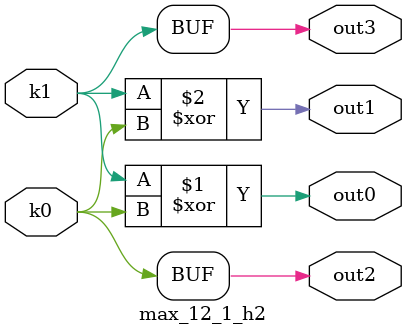
<source format=v>
module max_12_1(pi0, pi1, pi2, pi3, pi4, pi5, pi6, po0, po1, po2, po3);
input pi0, pi1, pi2, pi3, pi4, pi5, pi6;
output po0, po1, po2, po3;
wire k0, k1;
max_12_1_w2 DUT1 (pi0, pi1, pi2, pi3, pi4, pi5, pi6, k0, k1);
max_12_1_h2 DUT2 (k0, k1, po0, po1, po2, po3);
endmodule

module max_12_1_w2(in6, in5, in4, in3, in2, in1, in0, k1, k0);
input in6, in5, in4, in3, in2, in1, in0;
output k1, k0;
assign k0 =   (((in6 & (~in4 | (~in1 & ~in0))) | (~in4 & ~in1 & ~in0)) & (in5 | ~in3)) | (in5 & ~in3);
assign k1 =   in2;
endmodule

module max_12_1_h2(k1, k0, out3, out2, out1, out0);
input k1, k0;
output out3, out2, out1, out0;
assign out0 = k1 ^ k0;
assign out1 = k1 ^ k0;
assign out2 = k0;
assign out3 = k1;
endmodule

</source>
